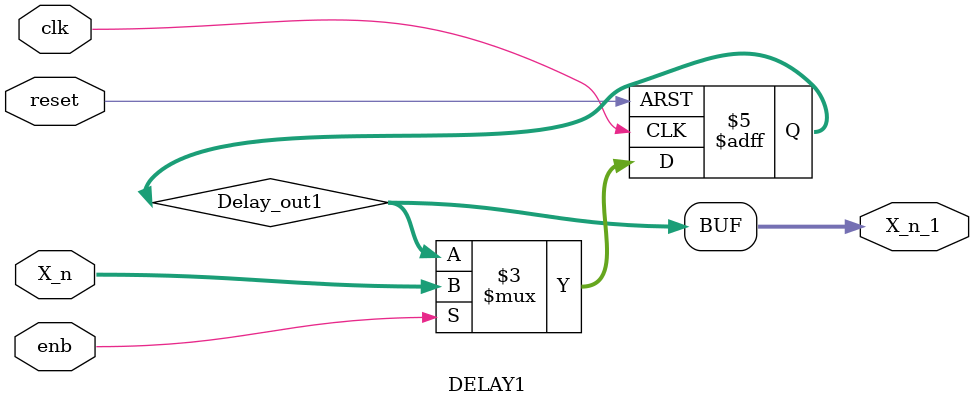
<source format=v>



`timescale 1 ns / 1 ns

module DELAY1
          (clk,
           reset,
           enb,
           X_n,
           X_n_1);


  input   clk;
  input   reset;
  input   enb;
  input   [7:0] X_n;  // uint8
  output  [7:0] X_n_1;  // uint8


  reg [7:0] Delay_out1;  // uint8


  always @(posedge clk or posedge reset)
    begin : Delay_process
      if (reset == 1'b1) begin
        Delay_out1 <= 8'b00000000;
      end
      else begin
        if (enb) begin
          Delay_out1 <= X_n;
        end
      end
    end



  assign X_n_1 = Delay_out1;

endmodule  // DELAY1


</source>
